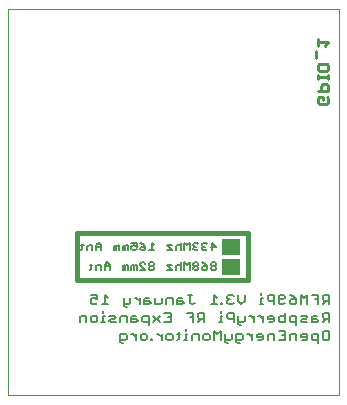
<source format=gbo>
G75*
%MOIN*%
%OFA0B0*%
%FSLAX25Y25*%
%IPPOS*%
%LPD*%
%AMOC8*
5,1,8,0,0,1.08239X$1,22.5*
%
%ADD10C,0.00000*%
%ADD11C,0.00800*%
%ADD12C,0.00600*%
%ADD13R,0.06000X0.05400*%
%ADD14C,0.01600*%
%ADD15C,0.00900*%
D10*
X0001900Y0001794D02*
X0001900Y0130534D01*
X0112136Y0130534D01*
X0112136Y0001794D01*
X0001900Y0001794D01*
D11*
X0025736Y0026175D02*
X0025736Y0027776D01*
X0026269Y0028310D01*
X0027871Y0028310D01*
X0027871Y0026175D01*
X0029419Y0026709D02*
X0029419Y0027776D01*
X0029953Y0028310D01*
X0031020Y0028310D01*
X0031554Y0027776D01*
X0031554Y0026709D01*
X0031020Y0026175D01*
X0029953Y0026175D01*
X0029419Y0026709D01*
X0032942Y0026175D02*
X0034009Y0026175D01*
X0033476Y0026175D02*
X0033476Y0028310D01*
X0034009Y0028310D01*
X0033476Y0029378D02*
X0033476Y0029911D01*
X0033102Y0032175D02*
X0035237Y0032175D01*
X0034170Y0032175D02*
X0034170Y0035378D01*
X0035237Y0034310D01*
X0031554Y0033776D02*
X0030486Y0034310D01*
X0029953Y0034310D01*
X0029419Y0033776D01*
X0029419Y0032709D01*
X0029953Y0032175D01*
X0031020Y0032175D01*
X0031554Y0032709D01*
X0031554Y0033776D02*
X0031554Y0035378D01*
X0029419Y0035378D01*
X0035557Y0028310D02*
X0037159Y0028310D01*
X0037693Y0027776D01*
X0037159Y0027242D01*
X0036091Y0027242D01*
X0035557Y0026709D01*
X0036091Y0026175D01*
X0037693Y0026175D01*
X0039241Y0026175D02*
X0039241Y0027776D01*
X0039774Y0028310D01*
X0041376Y0028310D01*
X0041376Y0026175D01*
X0042924Y0026175D02*
X0042924Y0027776D01*
X0043457Y0028310D01*
X0044525Y0028310D01*
X0044525Y0027242D02*
X0042924Y0027242D01*
X0042924Y0026175D02*
X0044525Y0026175D01*
X0045059Y0026709D01*
X0044525Y0027242D01*
X0046607Y0026709D02*
X0047141Y0026175D01*
X0048742Y0026175D01*
X0048742Y0025107D02*
X0048742Y0028310D01*
X0047141Y0028310D01*
X0046607Y0027776D01*
X0046607Y0026709D01*
X0050290Y0026175D02*
X0052425Y0028310D01*
X0052425Y0026175D02*
X0050290Y0028310D01*
X0053973Y0029378D02*
X0056108Y0029378D01*
X0056108Y0026175D01*
X0053973Y0026175D01*
X0055041Y0027776D02*
X0056108Y0027776D01*
X0058644Y0022844D02*
X0058644Y0020709D01*
X0058110Y0020175D01*
X0056722Y0020709D02*
X0056722Y0021776D01*
X0056188Y0022310D01*
X0055121Y0022310D01*
X0054587Y0021776D01*
X0054587Y0020709D01*
X0055121Y0020175D01*
X0056188Y0020175D01*
X0056722Y0020709D01*
X0058110Y0022310D02*
X0059178Y0022310D01*
X0061099Y0022310D02*
X0061099Y0020175D01*
X0061633Y0020175D02*
X0060565Y0020175D01*
X0061099Y0022310D02*
X0061633Y0022310D01*
X0061099Y0023378D02*
X0061099Y0023911D01*
X0063181Y0021776D02*
X0063181Y0020175D01*
X0063181Y0021776D02*
X0063715Y0022310D01*
X0065316Y0022310D01*
X0065316Y0020175D01*
X0066864Y0020709D02*
X0066864Y0021776D01*
X0067398Y0022310D01*
X0068465Y0022310D01*
X0068999Y0021776D01*
X0068999Y0020709D01*
X0068465Y0020175D01*
X0067398Y0020175D01*
X0066864Y0020709D01*
X0070547Y0020175D02*
X0070547Y0023378D01*
X0071615Y0022310D01*
X0072682Y0023378D01*
X0072682Y0020175D01*
X0074230Y0020175D02*
X0075832Y0020175D01*
X0076366Y0020709D01*
X0076366Y0022310D01*
X0074230Y0022310D02*
X0074230Y0019641D01*
X0074764Y0019107D01*
X0075298Y0019107D01*
X0077914Y0019641D02*
X0077914Y0022310D01*
X0079515Y0022310D01*
X0080049Y0021776D01*
X0080049Y0020709D01*
X0079515Y0020175D01*
X0077914Y0020175D01*
X0077914Y0019641D02*
X0078447Y0019107D01*
X0078981Y0019107D01*
X0081517Y0022310D02*
X0082050Y0022310D01*
X0083118Y0021242D01*
X0083118Y0020175D02*
X0083118Y0022310D01*
X0084666Y0021776D02*
X0084666Y0021242D01*
X0086801Y0021242D01*
X0086801Y0020709D02*
X0086801Y0021776D01*
X0086267Y0022310D01*
X0085200Y0022310D01*
X0084666Y0021776D01*
X0085200Y0020175D02*
X0086267Y0020175D01*
X0086801Y0020709D01*
X0088349Y0020175D02*
X0088349Y0021776D01*
X0088883Y0022310D01*
X0090484Y0022310D01*
X0090484Y0020175D01*
X0092032Y0020175D02*
X0094167Y0020175D01*
X0094167Y0023378D01*
X0092032Y0023378D01*
X0093100Y0021776D02*
X0094167Y0021776D01*
X0095715Y0021776D02*
X0095715Y0020175D01*
X0095715Y0021776D02*
X0096249Y0022310D01*
X0097851Y0022310D01*
X0097851Y0020175D01*
X0099399Y0021242D02*
X0101534Y0021242D01*
X0101534Y0020709D02*
X0101534Y0021776D01*
X0101000Y0022310D01*
X0099932Y0022310D01*
X0099399Y0021776D01*
X0099399Y0021242D01*
X0099932Y0020175D02*
X0101000Y0020175D01*
X0101534Y0020709D01*
X0103082Y0020709D02*
X0103615Y0020175D01*
X0105217Y0020175D01*
X0105217Y0019107D02*
X0105217Y0022310D01*
X0103615Y0022310D01*
X0103082Y0021776D01*
X0103082Y0020709D01*
X0106765Y0020709D02*
X0106765Y0022844D01*
X0107299Y0023378D01*
X0108366Y0023378D01*
X0108900Y0022844D01*
X0108900Y0020709D01*
X0108366Y0020175D01*
X0107299Y0020175D01*
X0106765Y0020709D01*
X0106765Y0026175D02*
X0107832Y0027242D01*
X0107299Y0027242D02*
X0108900Y0027242D01*
X0108900Y0026175D02*
X0108900Y0029378D01*
X0107299Y0029378D01*
X0106765Y0028844D01*
X0106765Y0027776D01*
X0107299Y0027242D01*
X0105217Y0026709D02*
X0104683Y0027242D01*
X0103082Y0027242D01*
X0103082Y0027776D02*
X0103082Y0026175D01*
X0104683Y0026175D01*
X0105217Y0026709D01*
X0104683Y0028310D02*
X0103615Y0028310D01*
X0103082Y0027776D01*
X0101534Y0027776D02*
X0101000Y0028310D01*
X0099399Y0028310D01*
X0099932Y0027242D02*
X0101000Y0027242D01*
X0101534Y0027776D01*
X0101534Y0026175D02*
X0099932Y0026175D01*
X0099399Y0026709D01*
X0099932Y0027242D01*
X0097851Y0026175D02*
X0096249Y0026175D01*
X0095715Y0026709D01*
X0095715Y0027776D01*
X0096249Y0028310D01*
X0097851Y0028310D01*
X0097851Y0025107D01*
X0094167Y0026175D02*
X0092566Y0026175D01*
X0092032Y0026709D01*
X0092032Y0027776D01*
X0092566Y0028310D01*
X0094167Y0028310D01*
X0094167Y0029378D02*
X0094167Y0026175D01*
X0090484Y0026709D02*
X0090484Y0027776D01*
X0089950Y0028310D01*
X0088883Y0028310D01*
X0088349Y0027776D01*
X0088349Y0027242D01*
X0090484Y0027242D01*
X0090484Y0026709D02*
X0089950Y0026175D01*
X0088883Y0026175D01*
X0086801Y0026175D02*
X0086801Y0028310D01*
X0085734Y0028310D02*
X0086801Y0027242D01*
X0085734Y0028310D02*
X0085200Y0028310D01*
X0083732Y0028310D02*
X0083732Y0026175D01*
X0083732Y0027242D02*
X0082664Y0028310D01*
X0082130Y0028310D01*
X0080663Y0028310D02*
X0080663Y0026709D01*
X0080129Y0026175D01*
X0078527Y0026175D01*
X0078527Y0025641D02*
X0079061Y0025107D01*
X0079595Y0025107D01*
X0078527Y0025641D02*
X0078527Y0028310D01*
X0076979Y0029378D02*
X0075378Y0029378D01*
X0074844Y0028844D01*
X0074844Y0027776D01*
X0075378Y0027242D01*
X0076979Y0027242D01*
X0076979Y0026175D02*
X0076979Y0029378D01*
X0076446Y0032175D02*
X0076979Y0032709D01*
X0076446Y0032175D02*
X0075378Y0032175D01*
X0074844Y0032709D01*
X0074844Y0033242D01*
X0075378Y0033776D01*
X0075912Y0033776D01*
X0075378Y0033776D02*
X0074844Y0034310D01*
X0074844Y0034844D01*
X0075378Y0035378D01*
X0076446Y0035378D01*
X0076979Y0034844D01*
X0078527Y0035378D02*
X0078527Y0033242D01*
X0079595Y0032175D01*
X0080663Y0033242D01*
X0080663Y0035378D01*
X0086267Y0035378D02*
X0086267Y0035911D01*
X0086267Y0034310D02*
X0086267Y0032175D01*
X0085734Y0032175D02*
X0086801Y0032175D01*
X0086801Y0034310D02*
X0086267Y0034310D01*
X0088349Y0034844D02*
X0088349Y0033776D01*
X0088883Y0033242D01*
X0090484Y0033242D01*
X0090484Y0032175D02*
X0090484Y0035378D01*
X0088883Y0035378D01*
X0088349Y0034844D01*
X0092032Y0034844D02*
X0092032Y0032709D01*
X0092566Y0032175D01*
X0093634Y0032175D01*
X0094167Y0032709D01*
X0093634Y0033776D02*
X0092032Y0033776D01*
X0092032Y0034844D02*
X0092566Y0035378D01*
X0093634Y0035378D01*
X0094167Y0034844D01*
X0094167Y0034310D01*
X0093634Y0033776D01*
X0095715Y0033242D02*
X0095715Y0032709D01*
X0096249Y0032175D01*
X0097317Y0032175D01*
X0097851Y0032709D01*
X0097851Y0033776D01*
X0096249Y0033776D01*
X0095715Y0033242D01*
X0096783Y0034844D02*
X0095715Y0035378D01*
X0096783Y0034844D02*
X0097851Y0033776D01*
X0099399Y0032175D02*
X0099399Y0035378D01*
X0100466Y0034310D01*
X0101534Y0035378D01*
X0101534Y0032175D01*
X0103082Y0035378D02*
X0105217Y0035378D01*
X0105217Y0032175D01*
X0106765Y0032175D02*
X0107832Y0033242D01*
X0107299Y0033242D02*
X0108900Y0033242D01*
X0108900Y0032175D02*
X0108900Y0035378D01*
X0107299Y0035378D01*
X0106765Y0034844D01*
X0106765Y0033776D01*
X0107299Y0033242D01*
X0105217Y0033776D02*
X0104149Y0033776D01*
X0073296Y0032709D02*
X0072762Y0032709D01*
X0072762Y0032175D01*
X0073296Y0032175D01*
X0073296Y0032709D01*
X0071455Y0032175D02*
X0069320Y0032175D01*
X0070387Y0032175D02*
X0070387Y0035378D01*
X0071455Y0034310D01*
X0072763Y0029911D02*
X0072763Y0029378D01*
X0072763Y0028310D02*
X0072763Y0026175D01*
X0073296Y0026175D02*
X0072229Y0026175D01*
X0072763Y0028310D02*
X0073296Y0028310D01*
X0067158Y0029378D02*
X0067158Y0026175D01*
X0067158Y0027242D02*
X0065556Y0027242D01*
X0065023Y0027776D01*
X0065023Y0028844D01*
X0065556Y0029378D01*
X0067158Y0029378D01*
X0066090Y0027242D02*
X0065023Y0026175D01*
X0063475Y0026175D02*
X0063475Y0029378D01*
X0061339Y0029378D01*
X0062407Y0027776D02*
X0063475Y0027776D01*
X0063555Y0032175D02*
X0063021Y0032175D01*
X0062487Y0032709D01*
X0062487Y0035378D01*
X0063021Y0035378D02*
X0061953Y0035378D01*
X0059871Y0034310D02*
X0058804Y0034310D01*
X0058270Y0033776D01*
X0058270Y0032175D01*
X0059871Y0032175D01*
X0060405Y0032709D01*
X0059871Y0033242D01*
X0058270Y0033242D01*
X0056722Y0032175D02*
X0056722Y0034310D01*
X0055121Y0034310D01*
X0054587Y0033776D01*
X0054587Y0032175D01*
X0053039Y0032709D02*
X0053039Y0034310D01*
X0053039Y0032709D02*
X0052505Y0032175D01*
X0050904Y0032175D01*
X0050904Y0034310D01*
X0049356Y0032709D02*
X0048822Y0033242D01*
X0047221Y0033242D01*
X0047221Y0033776D02*
X0047221Y0032175D01*
X0048822Y0032175D01*
X0049356Y0032709D01*
X0048822Y0034310D02*
X0047754Y0034310D01*
X0047221Y0033776D01*
X0045673Y0033242D02*
X0044605Y0034310D01*
X0044071Y0034310D01*
X0042603Y0034310D02*
X0042603Y0032709D01*
X0042070Y0032175D01*
X0040468Y0032175D01*
X0040468Y0031641D02*
X0041002Y0031107D01*
X0041536Y0031107D01*
X0040468Y0031641D02*
X0040468Y0034310D01*
X0045673Y0034310D02*
X0045673Y0032175D01*
X0046527Y0022310D02*
X0047594Y0022310D01*
X0048128Y0021776D01*
X0048128Y0020709D01*
X0047594Y0020175D01*
X0046527Y0020175D01*
X0045993Y0020709D01*
X0045993Y0021776D01*
X0046527Y0022310D01*
X0044445Y0022310D02*
X0044445Y0020175D01*
X0044445Y0021242D02*
X0043377Y0022310D01*
X0042844Y0022310D01*
X0041376Y0021776D02*
X0041376Y0020709D01*
X0040842Y0020175D01*
X0039241Y0020175D01*
X0039241Y0019641D02*
X0039241Y0022310D01*
X0040842Y0022310D01*
X0041376Y0021776D01*
X0040308Y0019107D02*
X0039774Y0019107D01*
X0039241Y0019641D01*
X0049436Y0020175D02*
X0049970Y0020175D01*
X0049970Y0020709D01*
X0049436Y0020709D01*
X0049436Y0020175D01*
X0051438Y0022310D02*
X0051971Y0022310D01*
X0053039Y0021242D01*
X0053039Y0020175D02*
X0053039Y0022310D01*
X0063555Y0032175D02*
X0064088Y0032709D01*
D12*
X0064006Y0043475D02*
X0064873Y0043475D01*
X0065307Y0043909D01*
X0065307Y0044342D01*
X0064873Y0044776D01*
X0064006Y0044776D01*
X0063572Y0044342D01*
X0063572Y0043909D01*
X0064006Y0043475D01*
X0064006Y0044776D02*
X0063572Y0045210D01*
X0063572Y0045643D01*
X0064006Y0046077D01*
X0064873Y0046077D01*
X0065307Y0045643D01*
X0065307Y0045210D01*
X0064873Y0044776D01*
X0066519Y0044342D02*
X0066952Y0044776D01*
X0068253Y0044776D01*
X0068253Y0043909D01*
X0067820Y0043475D01*
X0066952Y0043475D01*
X0066519Y0043909D01*
X0066519Y0044342D01*
X0067386Y0045643D02*
X0066519Y0046077D01*
X0067386Y0045643D02*
X0068253Y0044776D01*
X0069465Y0045210D02*
X0069899Y0044776D01*
X0070766Y0044776D01*
X0071200Y0045210D01*
X0071200Y0045643D01*
X0070766Y0046077D01*
X0069899Y0046077D01*
X0069465Y0045643D01*
X0069465Y0045210D01*
X0069899Y0044776D02*
X0069465Y0044342D01*
X0069465Y0043909D01*
X0069899Y0043475D01*
X0070766Y0043475D01*
X0071200Y0043909D01*
X0071200Y0044342D01*
X0070766Y0044776D01*
X0069899Y0050075D02*
X0069899Y0052677D01*
X0071200Y0051376D01*
X0069465Y0051376D01*
X0068253Y0052243D02*
X0067820Y0052677D01*
X0066952Y0052677D01*
X0066519Y0052243D01*
X0066519Y0051810D01*
X0066952Y0051376D01*
X0066519Y0050942D01*
X0066519Y0050509D01*
X0066952Y0050075D01*
X0067820Y0050075D01*
X0068253Y0050509D01*
X0067386Y0051376D02*
X0066952Y0051376D01*
X0065307Y0052243D02*
X0064873Y0052677D01*
X0064006Y0052677D01*
X0063572Y0052243D01*
X0063572Y0051810D01*
X0064006Y0051376D01*
X0063572Y0050942D01*
X0063572Y0050509D01*
X0064006Y0050075D01*
X0064873Y0050075D01*
X0065307Y0050509D01*
X0064440Y0051376D02*
X0064006Y0051376D01*
X0062360Y0050075D02*
X0062360Y0052677D01*
X0061493Y0051810D01*
X0060626Y0052677D01*
X0060626Y0050075D01*
X0059414Y0050075D02*
X0059414Y0052677D01*
X0058980Y0051810D02*
X0059414Y0051376D01*
X0058980Y0051810D02*
X0058113Y0051810D01*
X0057679Y0051376D01*
X0057679Y0050075D01*
X0056467Y0050075D02*
X0054733Y0050075D01*
X0056467Y0050075D02*
X0054733Y0051810D01*
X0056467Y0051810D01*
X0050574Y0051810D02*
X0049707Y0052677D01*
X0049707Y0050075D01*
X0050574Y0050075D02*
X0048840Y0050075D01*
X0047628Y0050509D02*
X0047194Y0050075D01*
X0046327Y0050075D01*
X0045893Y0050509D01*
X0045893Y0050942D01*
X0046327Y0051376D01*
X0047628Y0051376D01*
X0047628Y0050509D01*
X0047628Y0051376D02*
X0046760Y0052243D01*
X0045893Y0052677D01*
X0044681Y0052677D02*
X0044681Y0051376D01*
X0043814Y0051810D01*
X0043380Y0051810D01*
X0042947Y0051376D01*
X0042947Y0050509D01*
X0043380Y0050075D01*
X0044248Y0050075D01*
X0044681Y0050509D01*
X0044681Y0052677D02*
X0042947Y0052677D01*
X0041735Y0051810D02*
X0041301Y0051810D01*
X0040867Y0051376D01*
X0040434Y0051810D01*
X0040000Y0051376D01*
X0040000Y0050075D01*
X0040867Y0050075D02*
X0040867Y0051376D01*
X0041735Y0051810D02*
X0041735Y0050075D01*
X0038788Y0050075D02*
X0038788Y0051810D01*
X0038355Y0051810D01*
X0037921Y0051376D01*
X0037487Y0051810D01*
X0037053Y0051376D01*
X0037053Y0050075D01*
X0037921Y0050075D02*
X0037921Y0051376D01*
X0034974Y0046077D02*
X0034107Y0045210D01*
X0034107Y0043475D01*
X0032895Y0043475D02*
X0032895Y0045210D01*
X0031594Y0045210D01*
X0031160Y0044776D01*
X0031160Y0043475D01*
X0029515Y0043909D02*
X0029515Y0045643D01*
X0029949Y0045210D02*
X0029081Y0045210D01*
X0029515Y0043909D02*
X0029081Y0043475D01*
X0034107Y0044776D02*
X0035842Y0044776D01*
X0035842Y0045210D02*
X0034974Y0046077D01*
X0035842Y0045210D02*
X0035842Y0043475D01*
X0040000Y0043475D02*
X0040000Y0044776D01*
X0040434Y0045210D01*
X0040867Y0044776D01*
X0040867Y0043475D01*
X0041735Y0043475D02*
X0041735Y0045210D01*
X0041301Y0045210D01*
X0040867Y0044776D01*
X0042947Y0044776D02*
X0042947Y0043475D01*
X0043814Y0043475D02*
X0043814Y0044776D01*
X0043380Y0045210D01*
X0042947Y0044776D01*
X0043814Y0044776D02*
X0044248Y0045210D01*
X0044681Y0045210D01*
X0044681Y0043475D01*
X0045893Y0043475D02*
X0047628Y0043475D01*
X0045893Y0045210D01*
X0045893Y0045643D01*
X0046327Y0046077D01*
X0047194Y0046077D01*
X0047628Y0045643D01*
X0048840Y0045643D02*
X0048840Y0045210D01*
X0049273Y0044776D01*
X0050141Y0044776D01*
X0050574Y0045210D01*
X0050574Y0045643D01*
X0050141Y0046077D01*
X0049273Y0046077D01*
X0048840Y0045643D01*
X0049273Y0044776D02*
X0048840Y0044342D01*
X0048840Y0043909D01*
X0049273Y0043475D01*
X0050141Y0043475D01*
X0050574Y0043909D01*
X0050574Y0044342D01*
X0050141Y0044776D01*
X0054733Y0045210D02*
X0056467Y0043475D01*
X0054733Y0043475D01*
X0054733Y0045210D02*
X0056467Y0045210D01*
X0057679Y0044776D02*
X0057679Y0043475D01*
X0057679Y0044776D02*
X0058113Y0045210D01*
X0058980Y0045210D01*
X0059414Y0044776D01*
X0059414Y0046077D02*
X0059414Y0043475D01*
X0060626Y0043475D02*
X0060626Y0046077D01*
X0061493Y0045210D01*
X0062360Y0046077D01*
X0062360Y0043475D01*
X0032895Y0050075D02*
X0032895Y0051810D01*
X0032028Y0052677D01*
X0031160Y0051810D01*
X0031160Y0050075D01*
X0029949Y0050075D02*
X0029949Y0051810D01*
X0028648Y0051810D01*
X0028214Y0051376D01*
X0028214Y0050075D01*
X0026569Y0050509D02*
X0026135Y0050075D01*
X0026569Y0050509D02*
X0026569Y0052243D01*
X0027002Y0051810D02*
X0026135Y0051810D01*
X0031160Y0051376D02*
X0032895Y0051376D01*
D13*
X0076300Y0051275D03*
X0076300Y0044675D03*
D14*
X0081700Y0040175D02*
X0024700Y0040175D01*
X0024700Y0055775D01*
X0025300Y0055775D02*
X0081700Y0055775D01*
X0081700Y0040175D01*
D15*
X0105601Y0098945D02*
X0105000Y0099545D01*
X0105000Y0100746D01*
X0105601Y0101347D01*
X0106802Y0101347D01*
X0106802Y0100146D01*
X0108003Y0101347D02*
X0108603Y0100746D01*
X0108603Y0099545D01*
X0108003Y0098945D01*
X0105601Y0098945D01*
X0106201Y0103088D02*
X0106201Y0104890D01*
X0106802Y0105490D01*
X0108003Y0105490D01*
X0108603Y0104890D01*
X0108603Y0103088D01*
X0105000Y0103088D01*
X0105000Y0107232D02*
X0105000Y0108433D01*
X0105000Y0107832D02*
X0108603Y0107832D01*
X0108603Y0107232D02*
X0108603Y0108433D01*
X0108003Y0109994D02*
X0105601Y0109994D01*
X0105000Y0110595D01*
X0105000Y0111796D01*
X0105601Y0112396D01*
X0108003Y0112396D01*
X0108603Y0111796D01*
X0108603Y0110595D01*
X0108003Y0109994D01*
X0104399Y0114138D02*
X0104399Y0116540D01*
X0105000Y0118281D02*
X0105000Y0120683D01*
X0105000Y0119482D02*
X0108603Y0119482D01*
X0107402Y0118281D01*
M02*

</source>
